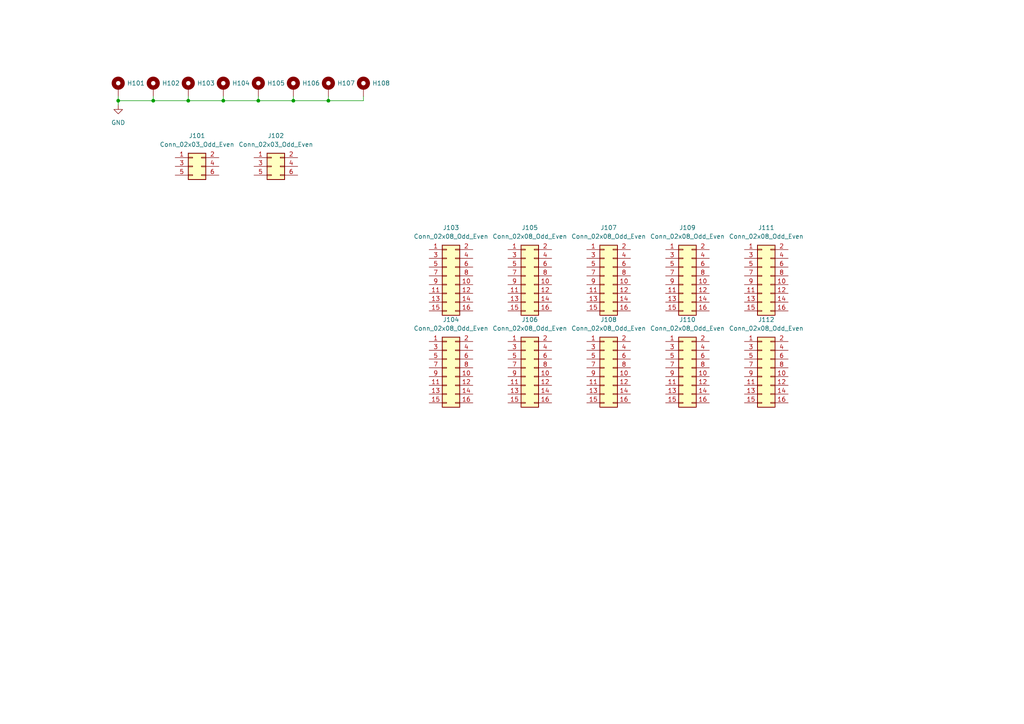
<source format=kicad_sch>
(kicad_sch (version 20211123) (generator eeschema)
  (paper "A4")
  (lib_symbols
    (symbol "Connector_Generic:Conn_02x03_Odd_Even" (pin_names (offset 1.016) hide)
      (property "Reference" "J" (at 1.27 5.08 0))
      (property "Value" "Conn_02x03_Odd_Even" (at 1.27 -5.08 0))
      (symbol "Conn_02x03_Odd_Even_1_1"
        (rectangle (start -1.27 -2.413) (end 0 -2.667) (stroke (width 0.1524)))
        (rectangle (start -1.27 0.127) (end 0 -0.127) (stroke (width 0.1524)))
        (rectangle (start -1.27 2.667) (end 0 2.413) (stroke (width 0.1524)))
        (rectangle (start -1.27 3.81) (end 3.81 -3.81) (stroke (width 0.254)) (fill (type background)))
        (rectangle (start 3.81 -2.413) (end 2.54 -2.667) (stroke (width 0.1524)))
        (rectangle (start 3.81 0.127) (end 2.54 -0.127) (stroke (width 0.1524)))
        (rectangle (start 3.81 2.667) (end 2.54 2.413) (stroke (width 0.1524)))
        (pin passive line (at -5.08 2.54 0) (length 3.81) (name "Pin_1") (number "1"))
        (pin passive line (at 7.62 2.54 180) (length 3.81) (name "Pin_2") (number "2"))
        (pin passive line (at -5.08 0 0) (length 3.81) (name "Pin_3") (number "3"))
        (pin passive line (at 7.62 0 180) (length 3.81) (name "Pin_4") (number "4"))
        (pin passive line (at -5.08 -2.54 0) (length 3.81) (name "Pin_5") (number "5"))
        (pin passive line (at 7.62 -2.54 180) (length 3.81) (name "Pin_6") (number "6"))
      )
    )
    (symbol "Connector_Generic:Conn_02x08_Odd_Even" (pin_names (offset 1.016) hide)
      (property "Reference" "J" (at 1.27 10.16 0))
      (property "Value" "Conn_02x08_Odd_Even" (at 1.27 -12.7 0))
      (symbol "Conn_02x08_Odd_Even_1_1"
        (rectangle (start -1.27 -10.033) (end 0 -10.287) (stroke (width 0.1524)))
        (rectangle (start -1.27 -7.493) (end 0 -7.747) (stroke (width 0.1524)))
        (rectangle (start -1.27 -4.953) (end 0 -5.207) (stroke (width 0.1524)))
        (rectangle (start -1.27 -2.413) (end 0 -2.667) (stroke (width 0.1524)))
        (rectangle (start -1.27 0.127) (end 0 -0.127) (stroke (width 0.1524)))
        (rectangle (start -1.27 2.667) (end 0 2.413) (stroke (width 0.1524)))
        (rectangle (start -1.27 5.207) (end 0 4.953) (stroke (width 0.1524)))
        (rectangle (start -1.27 7.747) (end 0 7.493) (stroke (width 0.1524)))
        (rectangle (start -1.27 8.89) (end 3.81 -11.43) (stroke (width 0.254)) (fill (type background)))
        (rectangle (start 3.81 -10.033) (end 2.54 -10.287) (stroke (width 0.1524)))
        (rectangle (start 3.81 -7.493) (end 2.54 -7.747) (stroke (width 0.1524)))
        (rectangle (start 3.81 -4.953) (end 2.54 -5.207) (stroke (width 0.1524)))
        (rectangle (start 3.81 -2.413) (end 2.54 -2.667) (stroke (width 0.1524)))
        (rectangle (start 3.81 0.127) (end 2.54 -0.127) (stroke (width 0.1524)))
        (rectangle (start 3.81 2.667) (end 2.54 2.413) (stroke (width 0.1524)))
        (rectangle (start 3.81 5.207) (end 2.54 4.953) (stroke (width 0.1524)))
        (rectangle (start 3.81 7.747) (end 2.54 7.493) (stroke (width 0.1524)))
        (pin passive line (at -5.08 7.62 0) (length 3.81) (name "Pin_1") (number "1"))
        (pin passive line (at 7.62 -2.54 180) (length 3.81) (name "Pin_10") (number "10"))
        (pin passive line (at -5.08 -5.08 0) (length 3.81) (name "Pin_11") (number "11"))
        (pin passive line (at 7.62 -5.08 180) (length 3.81) (name "Pin_12") (number "12"))
        (pin passive line (at -5.08 -7.62 0) (length 3.81) (name "Pin_13") (number "13"))
        (pin passive line (at 7.62 -7.62 180) (length 3.81) (name "Pin_14") (number "14"))
        (pin passive line (at -5.08 -10.16 0) (length 3.81) (name "Pin_15") (number "15"))
        (pin passive line (at 7.62 -10.16 180) (length 3.81) (name "Pin_16") (number "16"))
        (pin passive line (at 7.62 7.62 180) (length 3.81) (name "Pin_2") (number "2"))
        (pin passive line (at -5.08 5.08 0) (length 3.81) (name "Pin_3") (number "3"))
        (pin passive line (at 7.62 5.08 180) (length 3.81) (name "Pin_4") (number "4"))
        (pin passive line (at -5.08 2.54 0) (length 3.81) (name "Pin_5") (number "5"))
        (pin passive line (at 7.62 2.54 180) (length 3.81) (name "Pin_6") (number "6"))
        (pin passive line (at -5.08 0 0) (length 3.81) (name "Pin_7") (number "7"))
        (pin passive line (at 7.62 0 180) (length 3.81) (name "Pin_8") (number "8"))
        (pin passive line (at -5.08 -2.54 0) (length 3.81) (name "Pin_9") (number "9"))
      )
    )
    (symbol "Mechanical:MountingHole_Pad" (pin_numbers hide) (pin_names (offset 1.016) hide)
      (property "Reference" "H" (at 0 6.35 0))
      (property "Value" "MountingHole_Pad" (at 0 4.445 0))
      (symbol "MountingHole_Pad_0_1"
        (circle (center 0 1.27) (radius 1.27) (stroke (width 1.27)))
      )
      (symbol "MountingHole_Pad_1_1"
        (pin input line (at 0 -2.54 90) (length 2.54) (name "1") (number "1"))
      )
    )
    (symbol "power:GND" (power) (pin_names (offset 0))
      (property "Value" "GND" (at 0 -3.81 0))
      (symbol "GND_0_1"
        (polyline (pts (xy 0 0) (xy 0 -1.27) (xy 1.27 -1.27) (xy 0 -2.54) (xy -1.27 -1.27) (xy 0 -1.27)))
      )
      (symbol "GND_1_1"
        (pin power_in line (at 0 0 270) (length 0) hide (name "GND") (number "1"))
      )
    )
  )
  (junction (at 95.25 29.21))
  (junction (at 85.09 29.21))
  (junction (at 44.45 29.21))
  (junction (at 64.77 29.21))
  (junction (at 34.29 29.21))
  (junction (at 74.93 29.21))
  (junction (at 54.61 29.21))
  (wire (pts (xy 64.77 29.21) (xy 74.93 29.21)))
  (wire (pts (xy 95.25 27.94) (xy 95.25 29.21)))
  (wire (pts (xy 64.77 29.21) (xy 64.77 27.94)))
  (wire (pts (xy 34.29 29.21) (xy 44.45 29.21)))
  (wire (pts (xy 34.29 27.94) (xy 34.29 29.21)))
  (wire (pts (xy 44.45 29.21) (xy 54.61 29.21)))
  (wire (pts (xy 44.45 27.94) (xy 44.45 29.21)))
  (wire (pts (xy 34.29 29.21) (xy 34.29 30.48)))
  (wire (pts (xy 85.09 27.94) (xy 85.09 29.21)))
  (wire (pts (xy 74.93 29.21) (xy 85.09 29.21)))
  (wire (pts (xy 54.61 29.21) (xy 64.77 29.21)))
  (wire (pts (xy 85.09 29.21) (xy 95.25 29.21)))
  (wire (pts (xy 95.25 29.21) (xy 105.41 29.21)))
  (wire (pts (xy 105.41 29.21) (xy 105.41 27.94)))
  (wire (pts (xy 74.93 27.94) (xy 74.93 29.21)))
  (wire (pts (xy 54.61 27.94) (xy 54.61 29.21)))
  (symbol (lib_id "Connector_Generic:Conn_02x08_Odd_Even") (at 220.98 106.68 0) (unit 1)
    (property "Reference" "J112" (at 222.25 92.71 0))
    (property "Value" "Conn_02x08_Odd_Even" (at 222.25 95.25 0))
    (property "Footprint" "Connector_IDC:IDC-Header_2x08_P2.54mm_Vertical" (effects hide))
  )
  (symbol (lib_id "Mechanical:MountingHole_Pad") (at 85.09 25.4 0) (unit 1)
    (property "Reference" "H106" (at 87.63 24.1299 0) (effects (justify left)))
    (property "Value" "MountingHole_Pad" (effects hide))
    (property "Footprint" "MountingHole:MountingHole_3.2mm_M3_Pad_Via" (effects hide))
  )
  (symbol (lib_id "Connector_Generic:Conn_02x08_Odd_Even") (at 175.26 106.68 0) (unit 1)
    (property "Reference" "J108" (at 176.53 92.71 0))
    (property "Value" "Conn_02x08_Odd_Even" (at 176.53 95.25 0))
    (property "Footprint" "Connector_IDC:IDC-Header_2x08_P2.54mm_Vertical" (effects hide))
  )
  (symbol (lib_id "Connector_Generic:Conn_02x08_Odd_Even") (at 129.54 80.01 0) (unit 1)
    (property "Reference" "J103" (at 130.81 66.04 0))
    (property "Value" "Conn_02x08_Odd_Even" (at 130.81 68.58 0))
    (property "Footprint" "Connector_IDC:IDC-Header_2x08_P2.54mm_Vertical" (effects hide))
  )
  (symbol (lib_id "Mechanical:MountingHole_Pad") (at 54.61 25.4 0) (unit 1)
    (property "Reference" "H103" (at 57.15 24.1299 0) (effects (justify left)))
    (property "Value" "MountingHole_Pad" (effects hide))
    (property "Footprint" "MountingHole:MountingHole_3.2mm_M3_Pad_Via" (effects hide))
  )
  (symbol (lib_id "Connector_Generic:Conn_02x08_Odd_Even") (at 220.98 80.01 0) (unit 1)
    (property "Reference" "J111" (at 222.25 66.04 0))
    (property "Value" "Conn_02x08_Odd_Even" (at 222.25 68.58 0))
    (property "Footprint" "Connector_IDC:IDC-Header_2x08_P2.54mm_Vertical" (effects hide))
  )
  (symbol (lib_id "Mechanical:MountingHole_Pad") (at 95.25 25.4 0) (unit 1)
    (property "Reference" "H107" (at 97.79 24.1299 0) (effects (justify left)))
    (property "Value" "MountingHole_Pad" (effects hide))
    (property "Footprint" "MountingHole:MountingHole_3.2mm_M3_Pad_Via" (effects hide))
  )
  (symbol (lib_id "Connector_Generic:Conn_02x08_Odd_Even") (at 129.54 106.68 0) (unit 1)
    (property "Reference" "J104" (at 130.81 92.71 0))
    (property "Value" "Conn_02x08_Odd_Even" (at 130.81 95.25 0))
    (property "Footprint" "Connector_IDC:IDC-Header_2x08_P2.54mm_Vertical" (effects hide))
  )
  (symbol (lib_id "Connector_Generic:Conn_02x08_Odd_Even") (at 152.4 80.01 0) (unit 1)
    (property "Reference" "J105" (at 153.67 66.04 0))
    (property "Value" "Conn_02x08_Odd_Even" (at 153.67 68.58 0))
    (property "Footprint" "Connector_IDC:IDC-Header_2x08_P2.54mm_Vertical" (effects hide))
  )
  (symbol (lib_id "Mechanical:MountingHole_Pad") (at 34.29 25.4 0) (unit 1)
    (property "Reference" "H101" (at 36.83 24.1299 0) (effects (justify left)))
    (property "Value" "MountingHole_Pad" (effects hide))
    (property "Footprint" "MountingHole:MountingHole_3.2mm_M3_Pad_Via" (effects hide))
  )
  (symbol (lib_id "Mechanical:MountingHole_Pad") (at 74.93 25.4 0) (unit 1)
    (property "Reference" "H105" (at 77.47 24.1299 0) (effects (justify left)))
    (property "Value" "MountingHole_Pad" (effects hide))
    (property "Footprint" "MountingHole:MountingHole_3.2mm_M3_Pad_Via" (effects hide))
  )
  (symbol (lib_id "Connector_Generic:Conn_02x08_Odd_Even") (at 152.4 106.68 0) (unit 1)
    (property "Reference" "J106" (at 153.67 92.71 0))
    (property "Value" "Conn_02x08_Odd_Even" (at 153.67 95.25 0))
    (property "Footprint" "Connector_IDC:IDC-Header_2x08_P2.54mm_Vertical" (effects hide))
  )
  (symbol (lib_id "Connector_Generic:Conn_02x08_Odd_Even") (at 175.26 80.01 0) (unit 1)
    (property "Reference" "J107" (at 176.53 66.04 0))
    (property "Value" "Conn_02x08_Odd_Even" (at 176.53 68.58 0))
    (property "Footprint" "Connector_IDC:IDC-Header_2x08_P2.54mm_Vertical" (effects hide))
  )
  (symbol (lib_id "Mechanical:MountingHole_Pad") (at 105.41 25.4 0) (unit 1)
    (property "Reference" "H108" (at 107.95 24.1299 0) (effects (justify left)))
    (property "Value" "MountingHole_Pad" (effects hide))
    (property "Footprint" "MountingHole:MountingHole_3.2mm_M3_Pad_Via" (effects hide))
  )
  (symbol (lib_id "power:GND") (at 34.29 30.48 0) (unit 1)
    (property "Reference" "#PWR0101" (effects hide))
    (property "Value" "GND" (at 34.29 35.56 0))
  )
  (symbol (lib_id "Connector_Generic:Conn_02x08_Odd_Even") (at 198.12 80.01 0) (unit 1)
    (property "Reference" "J109" (at 199.39 66.04 0))
    (property "Value" "Conn_02x08_Odd_Even" (at 199.39 68.58 0))
    (property "Footprint" "Connector_IDC:IDC-Header_2x08_P2.54mm_Vertical" (effects hide))
  )
  (symbol (lib_id "Connector_Generic:Conn_02x08_Odd_Even") (at 198.12 106.68 0) (unit 1)
    (property "Reference" "J110" (at 199.39 92.71 0))
    (property "Value" "Conn_02x08_Odd_Even" (at 199.39 95.25 0))
    (property "Footprint" "Connector_IDC:IDC-Header_2x08_P2.54mm_Vertical" (effects hide))
  )
  (symbol (lib_id "Mechanical:MountingHole_Pad") (at 44.45 25.4 0) (unit 1)
    (property "Reference" "H102" (at 46.99 24.1299 0) (effects (justify left)))
    (property "Value" "MountingHole_Pad" (effects hide))
    (property "Footprint" "MountingHole:MountingHole_3.2mm_M3_Pad_Via" (effects hide))
  )
  (symbol (lib_id "Connector_Generic:Conn_02x03_Odd_Even") (at 78.74 48.26 0) (unit 1)
    (property "Reference" "J102" (at 80.01 39.37 0))
    (property "Value" "Conn_02x03_Odd_Even" (at 80.01 41.91 0))
    (property "Footprint" "Connector_Molex:Molex_Mini-Fit_Jr_5569-06A2_2x03_P4.20mm_Horizontal" (effects hide))
  )
  (symbol (lib_id "Mechanical:MountingHole_Pad") (at 64.77 25.4 0) (unit 1)
    (property "Reference" "H104" (at 67.31 24.1299 0) (effects (justify left)))
    (property "Value" "MountingHole_Pad" (effects hide))
    (property "Footprint" "MountingHole:MountingHole_3.2mm_M3_Pad_Via" (effects hide))
  )
  (symbol (lib_id "Connector_Generic:Conn_02x03_Odd_Even") (at 55.88 48.26 0) (unit 1)
    (property "Reference" "J101" (at 57.15 39.37 0))
    (property "Value" "Conn_02x03_Odd_Even" (at 57.15 41.91 0))
    (property "Footprint" "Connector_Molex:Molex_Mini-Fit_Jr_5569-06A2_2x03_P4.20mm_Horizontal" (effects hide))
  )
)
</source>
